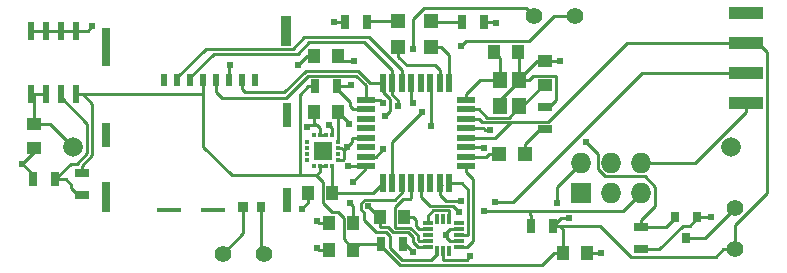
<source format=gbr>
G04 #@! TF.FileFunction,Copper,L1,Top,Signal*
%FSLAX46Y46*%
G04 Gerber Fmt 4.6, Leading zero omitted, Abs format (unit mm)*
G04 Created by KiCad (PCBNEW 4.0.7-e2-6376~58~ubuntu16.04.1) date Mon Apr 16 12:32:01 2018*
%MOMM*%
%LPD*%
G01*
G04 APERTURE LIST*
%ADD10C,0.100000*%
%ADD11C,1.397000*%
%ADD12C,1.670000*%
%ADD13R,0.500000X1.000000*%
%ADD14R,0.750000X3.300000*%
%ADD15R,0.750000X2.100000*%
%ADD16R,0.750000X2.600000*%
%ADD17R,0.850000X2.500000*%
%ADD18R,2.100000X0.400000*%
%ADD19R,0.900000X0.950000*%
%ADD20R,0.800000X0.950000*%
%ADD21R,1.600000X0.550000*%
%ADD22R,0.550000X1.600000*%
%ADD23R,1.000000X1.250000*%
%ADD24R,1.250000X1.000000*%
%ADD25R,1.200000X1.200000*%
%ADD26R,1.727200X1.727200*%
%ADD27O,1.727200X1.727200*%
%ADD28R,0.700000X1.300000*%
%ADD29R,1.300000X0.700000*%
%ADD30R,1.200000X1.400000*%
%ADD31R,0.965200X0.304800*%
%ADD32R,0.304800X0.965200*%
%ADD33R,0.558800X1.549400*%
%ADD34R,0.802000X0.972000*%
%ADD35R,0.300000X0.400000*%
%ADD36R,0.400000X0.300000*%
%ADD37R,1.600000X1.600000*%
%ADD38R,3.000000X1.000000*%
%ADD39C,0.609600*%
%ADD40C,0.254000*%
G04 APERTURE END LIST*
D10*
D11*
X124615000Y-75001000D03*
X128115000Y-75001000D03*
D12*
X111940000Y-65976500D03*
X167640000Y-65976500D03*
D11*
X154432000Y-54864000D03*
X150932000Y-54864000D03*
D13*
X119643500Y-60310500D03*
D14*
X114753500Y-57510500D03*
D13*
X120743500Y-60310500D03*
X121843500Y-60310500D03*
X122943500Y-60310500D03*
X124043500Y-60310500D03*
X125143500Y-60310500D03*
X126243500Y-60310500D03*
X127343500Y-60310500D03*
D15*
X114753500Y-64960500D03*
D16*
X114753500Y-70210500D03*
D17*
X129953500Y-56110500D03*
D15*
X130003500Y-63230500D03*
X130003500Y-70460500D03*
D18*
X120078500Y-71310500D03*
X123778500Y-71310500D03*
D19*
X126338500Y-71035500D03*
D20*
X127828500Y-71035500D03*
D11*
X167950000Y-71120000D03*
X167950000Y-74620000D03*
D21*
X145220000Y-67570000D03*
X145220000Y-66770000D03*
X145220000Y-65970000D03*
X145220000Y-65170000D03*
X145220000Y-64370000D03*
X145220000Y-63570000D03*
X145220000Y-62770000D03*
X145220000Y-61970000D03*
D22*
X143770000Y-60520000D03*
X142970000Y-60520000D03*
X142170000Y-60520000D03*
X141370000Y-60520000D03*
X140570000Y-60520000D03*
X139770000Y-60520000D03*
X138970000Y-60520000D03*
X138170000Y-60520000D03*
D21*
X136720000Y-61970000D03*
X136720000Y-62770000D03*
X136720000Y-63570000D03*
X136720000Y-64370000D03*
X136720000Y-65170000D03*
X136720000Y-65970000D03*
X136720000Y-66770000D03*
X136720000Y-67570000D03*
D22*
X138170000Y-69020000D03*
X138970000Y-69020000D03*
X139770000Y-69020000D03*
X140570000Y-69020000D03*
X141370000Y-69020000D03*
X142170000Y-69020000D03*
X142970000Y-69020000D03*
X143770000Y-69020000D03*
D23*
X135620000Y-74676000D03*
X133620000Y-74676000D03*
X139938000Y-71882000D03*
X137938000Y-71882000D03*
X153432000Y-74930000D03*
X155432000Y-74930000D03*
D24*
X108585000Y-64024000D03*
X108585000Y-66024000D03*
D23*
X134350000Y-58293000D03*
X132350000Y-58293000D03*
D24*
X151892000Y-60690000D03*
X151892000Y-58690000D03*
D23*
X147590000Y-57912000D03*
X149590000Y-57912000D03*
D25*
X147998000Y-66548000D03*
X150198000Y-66548000D03*
X142240000Y-57488000D03*
X142240000Y-55288000D03*
X139446000Y-57488000D03*
X139446000Y-55288000D03*
D26*
X154940000Y-69850000D03*
D27*
X154940000Y-67310000D03*
X157480000Y-69850000D03*
X157480000Y-67310000D03*
X160020000Y-69850000D03*
X160020000Y-67310000D03*
D28*
X139888000Y-74168000D03*
X137988000Y-74168000D03*
D29*
X151892000Y-64450000D03*
X151892000Y-62550000D03*
D28*
X144846000Y-55372000D03*
X146746000Y-55372000D03*
X136840000Y-55372000D03*
X134940000Y-55372000D03*
X132400000Y-60833000D03*
X134300000Y-60833000D03*
D29*
X160020000Y-72710000D03*
X160020000Y-74610000D03*
D28*
X152588000Y-72644000D03*
X150688000Y-72644000D03*
D30*
X149682000Y-62484000D03*
X149682000Y-60284000D03*
X148082000Y-60284000D03*
X148082000Y-62484000D03*
D29*
X112649000Y-68138000D03*
X112649000Y-70038000D03*
D28*
X110424000Y-68707000D03*
X108524000Y-68707000D03*
D31*
X141935200Y-72405999D03*
X141935200Y-72906001D03*
X141935200Y-73406000D03*
X141935200Y-73905999D03*
X141935200Y-74406001D03*
D32*
X142756001Y-74726800D03*
X143256000Y-74726800D03*
X143755999Y-74726800D03*
D31*
X144576800Y-74406001D03*
X144576800Y-73905999D03*
X144576800Y-73406000D03*
X144576800Y-72906001D03*
X144576800Y-72405999D03*
D32*
X143755999Y-72085200D03*
X143256000Y-72085200D03*
X142756001Y-72085200D03*
D33*
X108394500Y-61480700D03*
X109664500Y-61480700D03*
X110934500Y-61480700D03*
X112204500Y-61480700D03*
X112204500Y-56121300D03*
X110934500Y-56121300D03*
X109664500Y-56121300D03*
X108394500Y-56121300D03*
D34*
X162880000Y-71890000D03*
X163830000Y-73660000D03*
X164780000Y-71890000D03*
D23*
X133858000Y-69850000D03*
X131858000Y-69850000D03*
X135620000Y-72390000D03*
X133620000Y-72390000D03*
X134350000Y-62992000D03*
X132350000Y-62992000D03*
D35*
X133816000Y-64982000D03*
X133316000Y-64982000D03*
X132816000Y-64982000D03*
X132316000Y-64982000D03*
X132316000Y-67582000D03*
X132816000Y-67582000D03*
X133316000Y-67582000D03*
X133816000Y-67582000D03*
D36*
X134366000Y-67032000D03*
X134366000Y-66532000D03*
X134366000Y-66032000D03*
X134366000Y-65532000D03*
D37*
X133066000Y-66282000D03*
D36*
X131766000Y-65532000D03*
X131766000Y-66032000D03*
X131766000Y-66532000D03*
X131766000Y-67032000D03*
D38*
X168910000Y-62230000D03*
X168910000Y-59690000D03*
X168910000Y-57150000D03*
X168910000Y-54610000D03*
D39*
X140716000Y-57658000D03*
X140716000Y-62230000D03*
X144780000Y-57404000D03*
X141478000Y-62992000D03*
X153924000Y-72009000D03*
X152908000Y-70662800D03*
X135128000Y-65965474D03*
X113538000Y-55753000D03*
X131699000Y-64262000D03*
X107632500Y-67373500D03*
X125222000Y-58991500D03*
X131318000Y-71183500D03*
X131000500Y-58991500D03*
X165976300Y-71882000D03*
X156629100Y-74917300D03*
X133985000Y-55372000D03*
X147701000Y-55499000D03*
X153162000Y-58674000D03*
X147205700Y-64503300D03*
X146685000Y-66040000D03*
X143510000Y-73406000D03*
X136906000Y-70993000D03*
X132588000Y-74549000D03*
X132588000Y-72263000D03*
X135674100Y-58699400D03*
X135470900Y-60744100D03*
X138328400Y-63347600D03*
X138176000Y-62230000D03*
X139446000Y-62484000D03*
X144627600Y-71424800D03*
X146710400Y-71374000D03*
X140665200Y-74879200D03*
X145542000Y-75184000D03*
X142240000Y-64211200D03*
X155321000Y-65532000D03*
X144729200Y-70510400D03*
X147675600Y-70612000D03*
X135382000Y-70713600D03*
X135585200Y-68884800D03*
X133604000Y-64109600D03*
X135229600Y-67564000D03*
X135264311Y-64020289D03*
X138176000Y-66167000D03*
D40*
X140716000Y-57658000D02*
X140716000Y-55109078D01*
X140716000Y-55109078D02*
X141659577Y-54165501D01*
X141659577Y-54165501D02*
X150233501Y-54165501D01*
X150233501Y-54165501D02*
X150932000Y-54864000D01*
X140570000Y-60520000D02*
X140570000Y-62084000D01*
X140570000Y-62084000D02*
X140716000Y-62230000D01*
X144780000Y-57404000D02*
X145176401Y-57007599D01*
X145176401Y-57007599D02*
X150510401Y-57007599D01*
X150510401Y-57007599D02*
X152654000Y-54864000D01*
X152654000Y-54864000D02*
X154432000Y-54864000D01*
X138970000Y-69020000D02*
X138970000Y-65500000D01*
X138970000Y-65500000D02*
X141478000Y-62992000D01*
X112204500Y-61480700D02*
X112737900Y-61480700D01*
X112737900Y-61480700D02*
X113553000Y-62295800D01*
X113553000Y-62295800D02*
X113553000Y-66630000D01*
X112649000Y-67534000D02*
X112649000Y-68138000D01*
X113553000Y-66630000D02*
X112649000Y-67534000D01*
X125349000Y-68326000D02*
X131127500Y-68326000D01*
X131127500Y-68326000D02*
X132526000Y-68326000D01*
X131796000Y-60833000D02*
X131114799Y-61514201D01*
X132400000Y-60833000D02*
X131796000Y-60833000D01*
X131114799Y-61514201D02*
X131114799Y-68313299D01*
X131114799Y-68313299D02*
X131127500Y-68326000D01*
X122943500Y-60310500D02*
X122943500Y-61468000D01*
X122943500Y-61468000D02*
X122943500Y-65920500D01*
X112204500Y-61480700D02*
X122023300Y-61480700D01*
X122023300Y-61480700D02*
X122036000Y-61468000D01*
X122036000Y-61468000D02*
X122943500Y-61468000D01*
X122943500Y-65920500D02*
X125349000Y-68326000D01*
X151638000Y-75946000D02*
X152654000Y-74930000D01*
X152654000Y-74930000D02*
X153432000Y-74930000D01*
X139588328Y-75946000D02*
X151638000Y-75946000D01*
X137988000Y-74345672D02*
X139588328Y-75946000D01*
X145220000Y-65170000D02*
X147670750Y-65170000D01*
X147670750Y-65170000D02*
X149020151Y-63820599D01*
X168910000Y-57150000D02*
X158794922Y-57150000D01*
X158794922Y-57150000D02*
X152124323Y-63820599D01*
X152124323Y-63820599D02*
X149020151Y-63820599D01*
X149020151Y-63820599D02*
X148969271Y-63871479D01*
X148969271Y-63871479D02*
X146575479Y-63871479D01*
X146575479Y-63871479D02*
X146274000Y-63570000D01*
X146274000Y-63570000D02*
X145220000Y-63570000D01*
X153924000Y-72009000D02*
X153223000Y-72009000D01*
X153223000Y-72009000D02*
X152588000Y-72644000D01*
X154940000Y-67310000D02*
X152908000Y-69342000D01*
X152908000Y-69342000D02*
X152908000Y-70662800D01*
X167950000Y-74620000D02*
X167950000Y-72567294D01*
X167950000Y-72567294D02*
X170689401Y-69827893D01*
X170689401Y-69827893D02*
X170689401Y-57929401D01*
X170689401Y-57929401D02*
X169910000Y-57150000D01*
X169910000Y-57150000D02*
X168910000Y-57150000D01*
X152588000Y-72644000D02*
X156551078Y-72644000D01*
X156551078Y-72644000D02*
X159146479Y-75239401D01*
X159146479Y-75239401D02*
X166342771Y-75239401D01*
X166342771Y-75239401D02*
X166962172Y-74620000D01*
X166962172Y-74620000D02*
X167950000Y-74620000D01*
X153432000Y-74930000D02*
X153432000Y-72884000D01*
X153432000Y-72884000D02*
X153192000Y-72644000D01*
X153192000Y-72644000D02*
X152588000Y-72644000D01*
X137988000Y-74168000D02*
X137988000Y-74345672D01*
X132526000Y-68326000D02*
X133078599Y-68878599D01*
X133078599Y-68878599D02*
X133078599Y-70698521D01*
X133078599Y-70698521D02*
X133865677Y-71485599D01*
X134343521Y-71485599D02*
X134840599Y-71982677D01*
X133865677Y-71485599D02*
X134343521Y-71485599D01*
X134840599Y-71982677D02*
X134840599Y-73771599D01*
X134840599Y-73771599D02*
X135620000Y-74551000D01*
X135620000Y-74551000D02*
X135620000Y-74676000D01*
X132816000Y-67582000D02*
X133316000Y-67582000D01*
X132526000Y-68326000D02*
X132816000Y-68036000D01*
X132816000Y-68036000D02*
X132816000Y-67582000D01*
X137988000Y-74168000D02*
X136128000Y-74168000D01*
X136128000Y-74168000D02*
X135620000Y-74676000D01*
X135528000Y-65170000D02*
X135528000Y-65565474D01*
X135528000Y-65565474D02*
X135128000Y-65965474D01*
X134845401Y-66248073D02*
X135128000Y-65965474D01*
X112204500Y-56121300D02*
X113169700Y-56121300D01*
X113169700Y-56121300D02*
X113538000Y-55753000D01*
X132588000Y-64135000D02*
X132350000Y-63897000D01*
X132816000Y-64363000D02*
X132588000Y-64135000D01*
X132588000Y-64135000D02*
X131826000Y-64135000D01*
X131826000Y-64135000D02*
X131699000Y-64262000D01*
X132816000Y-64982000D02*
X132816000Y-64363000D01*
X132350000Y-63897000D02*
X132350000Y-62992000D01*
X110934500Y-56121300D02*
X112204500Y-56121300D01*
X109664500Y-56121300D02*
X110934500Y-56121300D01*
X108394500Y-56121300D02*
X109664500Y-56121300D01*
X108585000Y-66024000D02*
X108585000Y-66421000D01*
X108585000Y-66421000D02*
X107632500Y-67373500D01*
X108524000Y-68707000D02*
X108524000Y-68265000D01*
X108524000Y-68265000D02*
X107632500Y-67373500D01*
X125143500Y-60310500D02*
X125143500Y-59070000D01*
X125143500Y-59070000D02*
X125222000Y-58991500D01*
X131858000Y-69850000D02*
X131858000Y-70643500D01*
X131858000Y-70643500D02*
X131318000Y-71183500D01*
X132350000Y-58293000D02*
X131699000Y-58293000D01*
X131699000Y-58293000D02*
X131000500Y-58991500D01*
X146726321Y-64370000D02*
X146726321Y-64454973D01*
X146726321Y-64454973D02*
X146774648Y-64503300D01*
X146774648Y-64503300D02*
X147205700Y-64503300D01*
X164780000Y-71890000D02*
X165968300Y-71890000D01*
X165968300Y-71890000D02*
X165976300Y-71882000D01*
X160020000Y-74610000D02*
X161549922Y-74610000D01*
X161549922Y-74610000D02*
X163529922Y-72630000D01*
X163529922Y-72630000D02*
X164125000Y-72630000D01*
X164125000Y-72630000D02*
X164780000Y-71975000D01*
X164780000Y-71975000D02*
X164780000Y-71890000D01*
X155432000Y-74930000D02*
X156616400Y-74930000D01*
X156616400Y-74930000D02*
X156629100Y-74917300D01*
X168910000Y-62230000D02*
X168910000Y-62984000D01*
X168910000Y-62984000D02*
X164584000Y-67310000D01*
X164584000Y-67310000D02*
X161241314Y-67310000D01*
X161241314Y-67310000D02*
X160020000Y-67310000D01*
X136720000Y-65170000D02*
X135528000Y-65170000D01*
X134366000Y-67032000D02*
X134820000Y-67032000D01*
X134820000Y-67032000D02*
X134845401Y-67006599D01*
X134845401Y-67006599D02*
X134845401Y-66248073D01*
X134845401Y-66248073D02*
X134629328Y-66032000D01*
X134629328Y-66032000D02*
X134366000Y-66032000D01*
X133316000Y-64982000D02*
X132816000Y-64982000D01*
X134940000Y-55372000D02*
X133985000Y-55372000D01*
X146746000Y-55372000D02*
X147574000Y-55372000D01*
X147574000Y-55372000D02*
X147701000Y-55499000D01*
X151892000Y-58690000D02*
X153146000Y-58690000D01*
X153146000Y-58690000D02*
X153162000Y-58674000D01*
X151892000Y-62550000D02*
X152192000Y-62550000D01*
X152740521Y-59910599D02*
X150909401Y-59910599D01*
X152192000Y-62550000D02*
X152796401Y-61945599D01*
X152796401Y-61945599D02*
X152796401Y-59966479D01*
X152796401Y-59966479D02*
X152740521Y-59910599D01*
X150909401Y-59910599D02*
X150536000Y-60284000D01*
X150536000Y-60284000D02*
X149682000Y-60284000D01*
X149682000Y-60284000D02*
X149682000Y-60184000D01*
X149682000Y-60184000D02*
X151176000Y-58690000D01*
X151176000Y-58690000D02*
X151892000Y-58690000D01*
X149682000Y-60284000D02*
X149682000Y-58004000D01*
X149682000Y-58004000D02*
X149590000Y-57912000D01*
X148082000Y-62484000D02*
X148082000Y-61984000D01*
X148082000Y-61984000D02*
X149682000Y-60384000D01*
X149682000Y-60384000D02*
X149682000Y-60284000D01*
X145220000Y-64370000D02*
X146726321Y-64370000D01*
X145220000Y-65970000D02*
X146615000Y-65970000D01*
X146615000Y-65970000D02*
X146685000Y-66040000D01*
X143510000Y-73406000D02*
X143510000Y-73236201D01*
X143510000Y-73575799D02*
X143510000Y-73406000D01*
X137938000Y-72761000D02*
X138614328Y-72761000D01*
X138614328Y-72761000D02*
X139046139Y-73192811D01*
X139046139Y-73192811D02*
X140309061Y-73192811D01*
X141935200Y-74406001D02*
X141123852Y-74406001D01*
X141123852Y-74406001D02*
X140690590Y-73972739D01*
X140690590Y-73972739D02*
X140690590Y-73574340D01*
X140690590Y-73574340D02*
X140309061Y-73192811D01*
X137938000Y-72761000D02*
X137938000Y-71882000D01*
X143510000Y-73236201D02*
X143840200Y-72906001D01*
X143840200Y-72906001D02*
X144576800Y-72906001D01*
X144576800Y-73905999D02*
X143840200Y-73905999D01*
X143840200Y-73905999D02*
X143510000Y-73575799D01*
X137938000Y-71882000D02*
X137795000Y-71882000D01*
X137795000Y-71882000D02*
X136906000Y-70993000D01*
X133620000Y-74676000D02*
X132715000Y-74676000D01*
X132715000Y-74676000D02*
X132588000Y-74549000D01*
X133620000Y-72390000D02*
X132715000Y-72390000D01*
X132715000Y-72390000D02*
X132588000Y-72263000D01*
X140970000Y-72677401D02*
X140970000Y-72160000D01*
X140970000Y-72160000D02*
X140692000Y-71882000D01*
X140692000Y-71882000D02*
X139938000Y-71882000D01*
X141935200Y-72906001D02*
X141198600Y-72906001D01*
X141198600Y-72906001D02*
X140970000Y-72677401D01*
X108585000Y-64024000D02*
X109987500Y-64024000D01*
X109987500Y-64024000D02*
X111940000Y-65976500D01*
X108710000Y-64024000D02*
X108585000Y-64024000D01*
X108394500Y-61480700D02*
X109664500Y-61480700D01*
X108585000Y-64024000D02*
X108585000Y-61671200D01*
X108585000Y-61671200D02*
X108394500Y-61480700D01*
X108911900Y-64350900D02*
X108585000Y-64024000D01*
X135674100Y-58699400D02*
X134756400Y-58699400D01*
X134756400Y-58699400D02*
X134350000Y-58293000D01*
X134300000Y-60833000D02*
X135382000Y-60833000D01*
X135382000Y-60833000D02*
X135470900Y-60744100D01*
X134350000Y-60783000D02*
X134300000Y-60833000D01*
X134300000Y-60833000D02*
X134300000Y-61059100D01*
X134300000Y-61059100D02*
X135407400Y-62166500D01*
X135407400Y-62166500D02*
X135407400Y-62522100D01*
X135407400Y-62522100D02*
X135655300Y-62770000D01*
X135655300Y-62770000D02*
X136720000Y-62770000D01*
X151892000Y-60690000D02*
X151767000Y-60690000D01*
X151767000Y-60690000D02*
X149973000Y-62484000D01*
X149973000Y-62484000D02*
X149682000Y-62484000D01*
X149682000Y-62484000D02*
X149682000Y-62584000D01*
X148802599Y-63463401D02*
X146967401Y-63463401D01*
X149682000Y-62584000D02*
X148802599Y-63463401D01*
X146967401Y-63463401D02*
X146274000Y-62770000D01*
X146274000Y-62770000D02*
X145220000Y-62770000D01*
X148082000Y-60284000D02*
X146377000Y-60284000D01*
X146377000Y-60284000D02*
X145220000Y-61441000D01*
X145220000Y-61441000D02*
X145220000Y-61970000D01*
X148082000Y-60284000D02*
X148082000Y-58404000D01*
X148082000Y-58404000D02*
X147590000Y-57912000D01*
X146890000Y-66802000D02*
X146858000Y-66770000D01*
X146858000Y-66770000D02*
X145220000Y-66770000D01*
X147998000Y-66548000D02*
X147144000Y-66548000D01*
X147144000Y-66548000D02*
X146890000Y-66802000D01*
X150198000Y-66548000D02*
X150198000Y-65694000D01*
X151442000Y-64450000D02*
X151892000Y-64450000D01*
X150198000Y-65694000D02*
X151442000Y-64450000D01*
X142240000Y-57488000D02*
X143094000Y-57488000D01*
X143094000Y-57488000D02*
X143770000Y-58164000D01*
X143770000Y-58164000D02*
X143770000Y-59466000D01*
X143770000Y-59466000D02*
X143770000Y-60520000D01*
X144846000Y-55372000D02*
X142324000Y-55372000D01*
X142324000Y-55372000D02*
X142240000Y-55288000D01*
X140159000Y-59055000D02*
X142559000Y-59055000D01*
X142559000Y-59055000D02*
X142970000Y-59466000D01*
X142970000Y-59466000D02*
X142970000Y-60520000D01*
X139446000Y-57488000D02*
X139446000Y-58342000D01*
X139446000Y-58342000D02*
X140159000Y-59055000D01*
X139446000Y-55288000D02*
X136924000Y-55288000D01*
X136924000Y-55288000D02*
X136840000Y-55372000D01*
X163830000Y-73660000D02*
X165410000Y-73660000D01*
X165410000Y-73660000D02*
X167950000Y-71120000D01*
X126243500Y-60310500D02*
X126243500Y-61064500D01*
X126243500Y-61064500D02*
X126520000Y-61341000D01*
X126520000Y-61341000D02*
X129814328Y-61341000D01*
X129814328Y-61341000D02*
X131658138Y-59497190D01*
X131658138Y-59497190D02*
X136081440Y-59497190D01*
X136081440Y-59497190D02*
X137104250Y-60520000D01*
X137104250Y-60520000D02*
X138170000Y-60520000D01*
X138328400Y-63347600D02*
X138760201Y-62915799D01*
X138760201Y-62915799D02*
X138760201Y-61888123D01*
X138760201Y-61888123D02*
X138170000Y-61297922D01*
X138170000Y-61297922D02*
X138170000Y-60520000D01*
X136720000Y-61970000D02*
X136720000Y-60710500D01*
X136720000Y-60710500D02*
X135913099Y-59903599D01*
X135913099Y-59903599D02*
X131826479Y-59903599D01*
X131826479Y-59903599D02*
X129944578Y-61785500D01*
X129944578Y-61785500D02*
X124523500Y-61785500D01*
X124523500Y-61785500D02*
X124043500Y-61305500D01*
X124043500Y-61305500D02*
X124043500Y-60310500D01*
X138176000Y-62230000D02*
X137916000Y-61970000D01*
X137916000Y-61970000D02*
X136720000Y-61970000D01*
X121843500Y-60310500D02*
X121843500Y-60060500D01*
X123857689Y-58046311D02*
X130968767Y-58046311D01*
X138970000Y-59466000D02*
X138970000Y-60520000D01*
X121843500Y-60060500D02*
X123857689Y-58046311D01*
X136590500Y-57086500D02*
X138970000Y-59466000D01*
X130968767Y-58046311D02*
X131928578Y-57086500D01*
X131928578Y-57086500D02*
X136590500Y-57086500D01*
X139446000Y-62484000D02*
X139446000Y-61999172D01*
X139446000Y-61999172D02*
X138970000Y-61523172D01*
X138970000Y-61523172D02*
X138970000Y-60520000D01*
X150672800Y-71374000D02*
X146710400Y-71374000D01*
X141370000Y-70148400D02*
X141370000Y-69020000D01*
X142138397Y-70916797D02*
X141370000Y-70148400D01*
X144119597Y-70916797D02*
X142138397Y-70916797D01*
X144627600Y-71424800D02*
X144119597Y-70916797D01*
X150622000Y-71374000D02*
X150672800Y-71374000D01*
X150672800Y-71374000D02*
X158496000Y-71374000D01*
X150688000Y-72644000D02*
X150688000Y-71740000D01*
X150688000Y-71740000D02*
X150622000Y-71674000D01*
X150622000Y-71674000D02*
X150622000Y-71374000D01*
X158496000Y-71374000D02*
X160020000Y-69850000D01*
X139888000Y-74168000D02*
X140055610Y-74168000D01*
X140055610Y-74168000D02*
X140665200Y-74879200D01*
X143256000Y-74726800D02*
X143256000Y-75463400D01*
X143256000Y-75463400D02*
X143281401Y-75488801D01*
X143281401Y-75488801D02*
X145237199Y-75488801D01*
X145237199Y-75488801D02*
X145542000Y-75184000D01*
X140160130Y-74440130D02*
X139888000Y-74168000D01*
X142240000Y-64211200D02*
X142195891Y-63798109D01*
X142195891Y-63798109D02*
X142195891Y-60545891D01*
X142195891Y-60545891D02*
X142170000Y-60520000D01*
X160020000Y-72710000D02*
X160020000Y-72106000D01*
X160020000Y-72106000D02*
X161163001Y-70962999D01*
X161163001Y-70962999D02*
X161163001Y-69301359D01*
X161163001Y-69301359D02*
X160314643Y-68453001D01*
X160314643Y-68453001D02*
X156931359Y-68453001D01*
X156336999Y-66547999D02*
X155321000Y-65532000D01*
X156931359Y-68453001D02*
X156336999Y-67858641D01*
X156336999Y-67858641D02*
X156336999Y-66547999D01*
X160020000Y-72710000D02*
X162145000Y-72710000D01*
X162145000Y-72710000D02*
X162880000Y-71975000D01*
X162880000Y-71975000D02*
X162880000Y-71890000D01*
X144576800Y-74406001D02*
X145313400Y-74406001D01*
X145220000Y-68099000D02*
X145220000Y-67570000D01*
X145313400Y-74406001D02*
X145796000Y-73923401D01*
X145796000Y-73923401D02*
X145796000Y-68675000D01*
X145796000Y-68675000D02*
X145220000Y-68099000D01*
X120743500Y-60310500D02*
X120743500Y-60060500D01*
X120743500Y-60060500D02*
X123164099Y-57639901D01*
X123164099Y-57639901D02*
X130510599Y-57639901D01*
X130510599Y-57639901D02*
X131508500Y-56642000D01*
X131508500Y-56642000D02*
X136946000Y-56642000D01*
X136946000Y-56642000D02*
X139770000Y-59466000D01*
X139770000Y-59466000D02*
X139770000Y-60520000D01*
X138752189Y-74535111D02*
X138752189Y-73473611D01*
X138752189Y-73473611D02*
X138445988Y-73167410D01*
X136525000Y-72096922D02*
X136525000Y-71476618D01*
X138445988Y-73167410D02*
X137595488Y-73167410D01*
X136321799Y-71273417D02*
X136321799Y-70712583D01*
X137595488Y-73167410D02*
X136525000Y-72096922D01*
X136525000Y-71476618D02*
X136321799Y-71273417D01*
X136321799Y-70712583D02*
X136625583Y-70408799D01*
X136625583Y-70408799D02*
X139159123Y-70408799D01*
X139159123Y-70408799D02*
X139770000Y-69797922D01*
X139770000Y-69797922D02*
X139770000Y-69020000D01*
X139801590Y-75539590D02*
X142273411Y-75539590D01*
X142273411Y-75539590D02*
X142756001Y-75057000D01*
X142756001Y-75057000D02*
X142756001Y-74726800D01*
X139314479Y-75097401D02*
X139359401Y-75097401D01*
X139359401Y-75097401D02*
X139801590Y-75539590D01*
X142756001Y-75057000D02*
X142715600Y-75097401D01*
X139314479Y-75097401D02*
X138752189Y-74535111D01*
X141935200Y-73905999D02*
X141198600Y-73905999D01*
X141198600Y-73905999D02*
X141097000Y-73804399D01*
X141097000Y-73804399D02*
X141097000Y-73406000D01*
X139158599Y-72730521D02*
X139158599Y-71033479D01*
X141097000Y-73406000D02*
X140477401Y-72786401D01*
X139214479Y-72786401D02*
X139158599Y-72730521D01*
X140477401Y-72786401D02*
X139214479Y-72786401D01*
X139158599Y-71033479D02*
X139834078Y-70358000D01*
X139834078Y-70358000D02*
X140462000Y-70358000D01*
X140462000Y-70358000D02*
X140570000Y-70250000D01*
X140570000Y-70250000D02*
X140570000Y-70074000D01*
X140570000Y-70074000D02*
X140570000Y-69020000D01*
X143770000Y-69020000D02*
X144813600Y-69020000D01*
X145389598Y-73406000D02*
X144576800Y-73406000D01*
X145389598Y-69595998D02*
X145389598Y-73406000D01*
X144813600Y-69020000D02*
X145389598Y-69595998D01*
X143770000Y-69020000D02*
X143770000Y-69144800D01*
X110934500Y-61480700D02*
X110934500Y-61760100D01*
X110934500Y-61760100D02*
X113146598Y-63972198D01*
X113146598Y-63972198D02*
X113146598Y-66431402D01*
X113146598Y-66431402D02*
X112217200Y-67360800D01*
X112217200Y-67360800D02*
X111770200Y-67360800D01*
X111770200Y-67360800D02*
X110424000Y-68707000D01*
X110424000Y-68707000D02*
X111318000Y-68707000D01*
X111745000Y-69434000D02*
X112349000Y-70038000D01*
X112349000Y-70038000D02*
X112649000Y-70038000D01*
X111318000Y-68707000D02*
X111745000Y-69134000D01*
X111745000Y-69134000D02*
X111745000Y-69434000D01*
X143755999Y-72085200D02*
X143755999Y-71348600D01*
X143755999Y-71348600D02*
X143730598Y-71323199D01*
X143730598Y-71323199D02*
X142380080Y-71323199D01*
X142380080Y-71323199D02*
X141935200Y-71768079D01*
X141935200Y-71768079D02*
X141935200Y-71999599D01*
X141935200Y-71999599D02*
X141935200Y-72405999D01*
X168910000Y-59690000D02*
X160070800Y-59690000D01*
X142970000Y-70021200D02*
X142970000Y-69020000D01*
X143459195Y-70510395D02*
X142970000Y-70021200D01*
X144729195Y-70510395D02*
X143459195Y-70510395D01*
X144729200Y-70510400D02*
X144729195Y-70510395D01*
X149148800Y-70612000D02*
X147675600Y-70612000D01*
X160070800Y-59690000D02*
X149148800Y-70612000D01*
X143129000Y-69179000D02*
X142970000Y-69020000D01*
X133858000Y-69850000D02*
X137340000Y-69850000D01*
X137340000Y-69850000D02*
X138170000Y-69020000D01*
X133858000Y-69850000D02*
X133858000Y-67624000D01*
X133858000Y-67624000D02*
X133816000Y-67582000D01*
X135620000Y-70951600D02*
X135620000Y-72390000D01*
X135382000Y-70713600D02*
X135620000Y-70951600D01*
X136720000Y-67750000D02*
X135585200Y-68884800D01*
X136720000Y-67570000D02*
X136720000Y-67750000D01*
X133816000Y-64321600D02*
X133816000Y-64982000D01*
X133604000Y-64109600D02*
X133816000Y-64321600D01*
X135235600Y-67570000D02*
X135229600Y-67564000D01*
X136720000Y-67570000D02*
X135235600Y-67570000D01*
X136652000Y-67638000D02*
X136720000Y-67570000D01*
X135264311Y-64020289D02*
X135264311Y-63906311D01*
X135264311Y-63906311D02*
X134350000Y-62992000D01*
X136720000Y-66770000D02*
X137573000Y-66770000D01*
X137573000Y-66770000D02*
X138176000Y-66167000D01*
X134350000Y-62992000D02*
X134350000Y-65516000D01*
X134350000Y-65516000D02*
X134366000Y-65532000D01*
X126338500Y-71035500D02*
X126338500Y-73277500D01*
X126338500Y-73277500D02*
X124615000Y-75001000D01*
X127828500Y-71035500D02*
X127828500Y-74714500D01*
X127828500Y-74714500D02*
X128115000Y-75001000D01*
M02*

</source>
